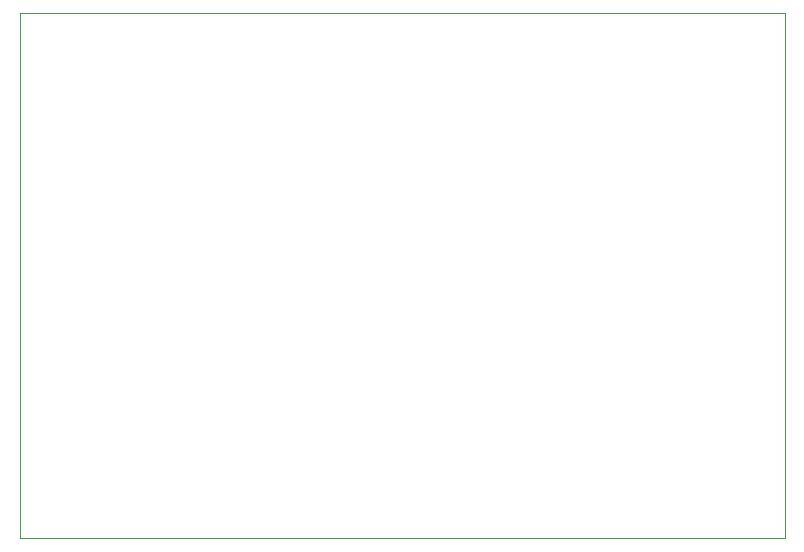
<source format=gbr>
G04 #@! TF.GenerationSoftware,KiCad,Pcbnew,(5.0.0-rc2-dev-471-ge4feb315d)*
G04 #@! TF.CreationDate,2018-04-21T02:21:12+01:00*
G04 #@! TF.ProjectId,cherry_breakout,6368657272795F627265616B6F75742E,rev?*
G04 #@! TF.SameCoordinates,Original*
G04 #@! TF.FileFunction,Profile,NP*
%FSLAX46Y46*%
G04 Gerber Fmt 4.6, Leading zero omitted, Abs format (unit mm)*
G04 Created by KiCad (PCBNEW (5.0.0-rc2-dev-471-ge4feb315d)) date Sat Apr 21 02:21:12 2018*
%MOMM*%
%LPD*%
G01*
G04 APERTURE LIST*
%ADD10C,0.100000*%
G04 APERTURE END LIST*
D10*
X118745000Y-73660000D02*
X118745000Y-118110000D01*
X53975000Y-73660000D02*
X53975000Y-118110000D01*
X118745000Y-73660000D02*
X53975000Y-73660000D01*
X53975000Y-118110000D02*
X118745000Y-118110000D01*
M02*

</source>
